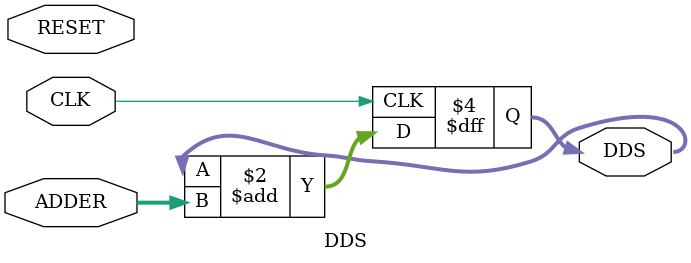
<source format=v>
module note2dds_1st_gen(

input wire CLK,
input wire [7:0] NOTE,
output reg [31:0] ADDER
);

initial begin
           ADDER <= 32'd0;
end

always @ (posedge CLK)  begin
    case(NOTE)
      8'd00: ADDER <= 32'd03;
      8'd01: ADDER <= 32'd03;
      8'd02: ADDER <= 32'd03;
      8'd03: ADDER <= 32'd03;
      8'd04: ADDER <= 32'd03;
      8'd05: ADDER <= 32'd04;
      8'd06: ADDER <= 32'd04;
      8'd07: ADDER <= 32'd04;
      8'd08: ADDER <= 32'd04;
      8'd09: ADDER <= 32'd05;
      8'd010: ADDER <= 32'd05;
      8'd011: ADDER <= 32'd05;
      8'd012: ADDER <= 32'd05;
      8'd013: ADDER <= 32'd06;
      8'd014: ADDER <= 32'd06;
      8'd015: ADDER <= 32'd07;
      8'd016: ADDER <= 32'd07;
      8'd017: ADDER <= 32'd07;
      8'd018: ADDER <= 32'd08;
      8'd019: ADDER <= 32'd08;
      8'd020: ADDER <= 32'd09;
      8'd021: ADDER <= 32'd09;
      8'd022: ADDER <= 32'd010;
      8'd023: ADDER <= 32'd010;
      8'd024: ADDER <= 32'd011;
      8'd025: ADDER <= 32'd012;
      8'd026: ADDER <= 32'd012;
      8'd027: ADDER <= 32'd013;
      8'd028: ADDER <= 32'd014;
      8'd029: ADDER <= 32'd015;
      8'd030: ADDER <= 32'd016;
      8'd031: ADDER <= 32'd016;
      8'd032: ADDER <= 32'd017;
      8'd033: ADDER <= 32'd018;
      8'd034: ADDER <= 32'd020;
      8'd036: ADDER <= 32'd022;
      8'd037: ADDER <= 32'd023;
      8'd038: ADDER <= 32'd025;
      8'd039: ADDER <= 32'd026;
      8'd040: ADDER <= 32'd028;
      8'd041: ADDER <= 32'd029;
      8'd042: ADDER <= 32'd031;
      8'd043: ADDER <= 32'd033;
      8'd044: ADDER <= 32'd035;
      8'd045: ADDER <= 32'd037;
      8'd046: ADDER <= 32'd039;
      8'd047: ADDER <= 32'd041;
      8'd048: ADDER <= 32'd044;
      8'd049: ADDER <= 32'd047;
      8'd050: ADDER <= 32'd049;
      8'd051: ADDER <= 32'd052;
      8'd052: ADDER <= 32'd055;
      8'd053: ADDER <= 32'd059;
      8'd054: ADDER <= 32'd062;
      8'd055: ADDER <= 32'd066;
      8'd056: ADDER <= 32'd070;
      8'd057: ADDER <= 32'd074;
      8'd058: ADDER <= 32'd078;
      8'd059: ADDER <= 32'd083;
      8'd060: ADDER <= 32'd088;
      8'd061: ADDER <= 32'd093;
      8'd062: ADDER <= 32'd099;
      8'd063: ADDER <= 32'd0104;
      8'd064: ADDER <= 32'd0111;
      8'd065: ADDER <= 32'd0117;
      8'd066: ADDER <= 32'd0124;
      8'd067: ADDER <= 32'd0132;
      8'd068: ADDER <= 32'd0139;
      8'd069: ADDER <= 32'd0148;
      8'd070: ADDER <= 32'd0156;
      8'd071: ADDER <= 32'd0166;
      8'd072: ADDER <= 32'd0176;
      8'd073: ADDER <= 32'd0186;
      8'd074: ADDER <= 32'd0197;
      8'd075: ADDER <= 32'd0209;
      8'd076: ADDER <= 32'd0221;
      8'd077: ADDER <= 32'd0234;
      8'd078: ADDER <= 32'd0248;
      8'd079: ADDER <= 32'd0263;
      8'd080: ADDER <= 32'd0279;
      8'd081: ADDER <= 32'd0295;
      8'd082: ADDER <= 32'd0313;
      8'd083: ADDER <= 32'd0331;
      8'd084: ADDER <= 32'd0351;
      8'd085: ADDER <= 32'd0372;
      8'd086: ADDER <= 32'd0394;
      8'd087: ADDER <= 32'd0418;
      8'd088: ADDER <= 32'd0442;
      8'd089: ADDER <= 32'd0469;
      8'd090: ADDER <= 32'd0497;
      8'd091: ADDER <= 32'd0526;
      8'd092: ADDER <= 32'd0557;
      8'd093: ADDER <= 32'd0591;
      8'd094: ADDER <= 32'd0626;
      8'd095: ADDER <= 32'd0663;
      8'd096: ADDER <= 32'd0702;
      8'd097: ADDER <= 32'd0744;
      8'd098: ADDER <= 32'd0788;
      8'd099: ADDER <= 32'd0835;
      8'd0100: ADDER <= 32'd0885;
      8'd0101: ADDER <= 32'd0937;
      8'd0102: ADDER <= 32'd0993;
      8'd0103: ADDER <= 32'd01052;
      8'd0104: ADDER <= 32'd01115;
      8'd0105: ADDER <= 32'd01181;
      8'd0106: ADDER <= 32'd01251;
      8'd0107: ADDER <= 32'd01326;
      8'd0108: ADDER <= 32'd01405;
      8'd0109: ADDER <= 32'd01488;
      8'd0110: ADDER <= 32'd01577;
      8'd0111: ADDER <= 32'd01670;
      8'd0112: ADDER <= 32'd01770;
      8'd0113: ADDER <= 32'd01875;
      8'd0114: ADDER <= 32'd01986;
      8'd0115: ADDER <= 32'd02105;
      8'd0116: ADDER <= 32'd02230;
      8'd0117: ADDER <= 32'd02362;
      8'd0118: ADDER <= 32'd02503;
      8'd0119: ADDER <= 32'd02652;
      8'd0120: ADDER <= 32'd02809;
      8'd0121: ADDER <= 32'd02976;
      8'd0122: ADDER <= 32'd03153;
      8'd0123: ADDER <= 32'd03341;
      8'd0124: ADDER <= 32'd03539;
      8'd0125: ADDER <= 32'd03750;
      8'd0126: ADDER <= 32'd03973;
      8'd0127: ADDER <= 32'd04209;
      8'd0128: ADDER <= 32'd04459;
      8'd0129: ADDER <= 32'd04724;
      8'd0130: ADDER <= 32'd05005;
      8'd0131: ADDER <= 32'd05303;
      8'd0132: ADDER <= 32'd05618;
      8'd0133: ADDER <= 32'd05952;
      8'd0134: ADDER <= 32'd06306;
      8'd0135: ADDER <= 32'd06681;
      8'd0136: ADDER <= 32'd07079;
      8'd0137: ADDER <= 32'd07500;
      8'd0138: ADDER <= 32'd07946;
      8'd0139: ADDER <= 32'd08418;
      8'd0140: ADDER <= 32'd08919;
      8'd0141: ADDER <= 32'd09449;
      8'd0142: ADDER <= 32'd010011;
      8'd0143: ADDER <= 32'd010606;
      8'd0144: ADDER <= 32'd011237;
      8'd0145: ADDER <= 32'd011905;
      8'd0146: ADDER <= 32'd012613;
      8'd0147: ADDER <= 32'd013363;
      8'd0148: ADDER <= 32'd014157;
      8'd0149: ADDER <= 32'd014999;
      8'd0150: ADDER <= 32'd015891;
      8'd0151: ADDER <= 32'd016836;
      8'd0152: ADDER <= 32'd017837;
      8'd0153: ADDER <= 32'd018898;
      8'd0154: ADDER <= 32'd020022;
      8'd0155: ADDER <= 32'd021212;
      8'd0156: ADDER <= 32'd022473;
      8'd0157: ADDER <= 32'd023810;
      8'd0158: ADDER <= 32'd025226;
      8'd0159: ADDER <= 32'd026726;
      8'd0160: ADDER <= 32'd028315;
      8'd0161: ADDER <= 32'd029998;
      8'd0162: ADDER <= 32'd031782;
      8'd0163: ADDER <= 32'd033672;
      8'd0164: ADDER <= 32'd035674;
      8'd0165: ADDER <= 32'd037796;
      8'd0166: ADDER <= 32'd040043;
      8'd0167: ADDER <= 32'd042424;
    endcase
end

endmodule


module DDS( 
input wire CLK,
input wire RESET,
input wire [31:0] ADDER,
output reg [31:0]  DDS 
);

initial begin
           DDS <= 32'd0;
end

always @ (posedge CLK) begin
   DDS <= DDS + ADDER;
end

endmodule

</source>
